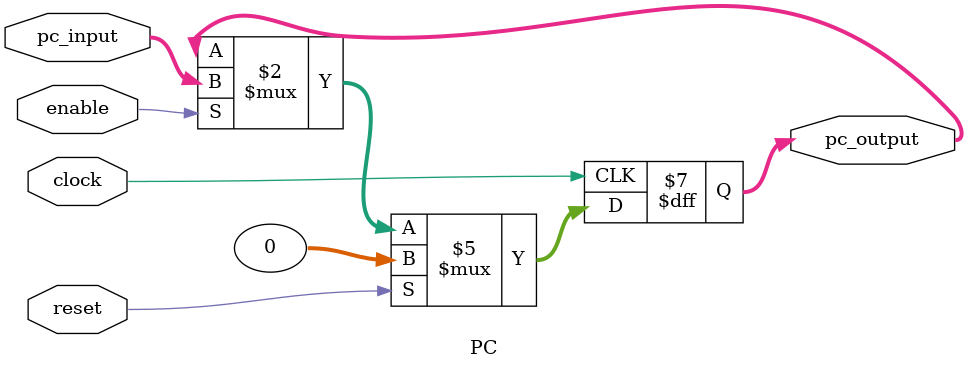
<source format=sv>

module PC 
(
    input  logic        clock,
    input  logic        reset,
    input  logic        enable,
    input  logic [31:0] pc_input,
    output logic [31:0] pc_output
);

    always_ff @(posedge clock) 
    begin 
        if (reset)
        begin
            pc_output <= 0;
        end
        else if (enable)
        begin
            pc_output <= pc_input;
        end
    end    

endmodule
</source>
